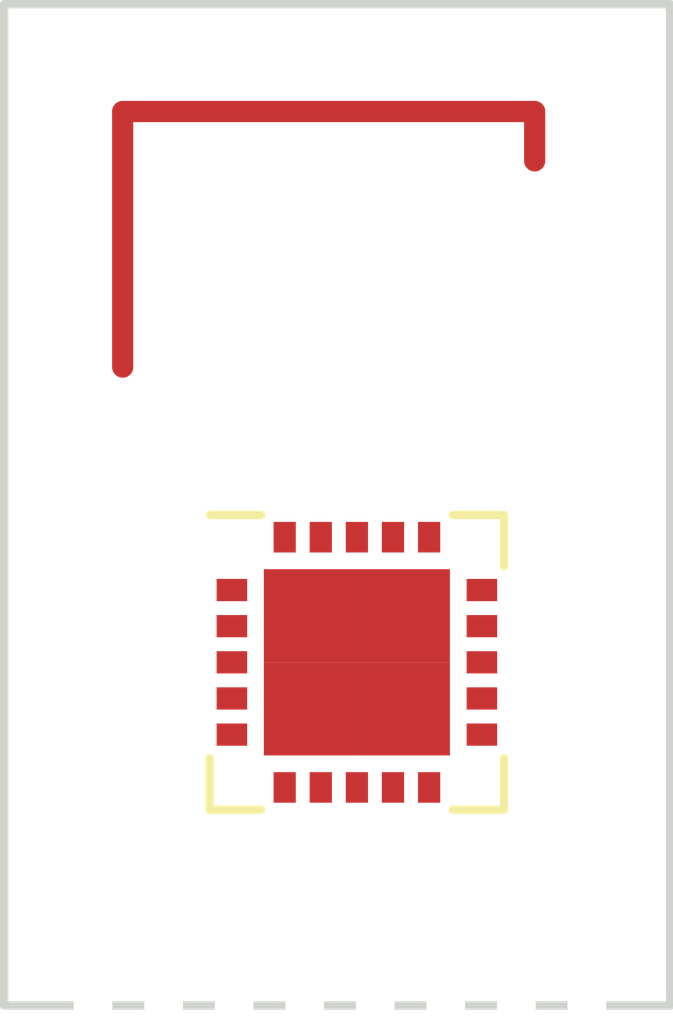
<source format=kicad_pcb>
(kicad_pcb (version 4) (host pcbnew "(2016-04-09 BZR 6679, Git 3ac5fc4)-product")

  (general
    (links 0)
    (no_connects 0)
    (area 139.878999 64.263199 152.017801 82.421801)
    (thickness 1.6)
    (drawings 4)
    (tracks 3)
    (zones 0)
    (modules 17)
    (nets 1)
  )

  (page A4)
  (layers
    (0 F.Cu signal)
    (31 B.Cu signal)
    (32 B.Adhes user)
    (33 F.Adhes user)
    (34 B.Paste user)
    (35 F.Paste user)
    (36 B.SilkS user)
    (37 F.SilkS user)
    (38 B.Mask user)
    (39 F.Mask user)
    (40 Dwgs.User user)
    (41 Cmts.User user)
    (42 Eco1.User user)
    (43 Eco2.User user)
    (44 Edge.Cuts user)
    (45 Margin user)
    (46 B.CrtYd user)
    (47 F.CrtYd user)
    (48 B.Fab user)
    (49 F.Fab user)
  )

  (setup
    (last_trace_width 0.25)
    (trace_clearance 0.2)
    (zone_clearance 0.508)
    (zone_45_only no)
    (trace_min 0.2)
    (segment_width 0.2)
    (edge_width 0.15)
    (via_size 0.6)
    (via_drill 0.4)
    (via_min_size 0.4)
    (via_min_drill 0.3)
    (uvia_size 0.3)
    (uvia_drill 0.1)
    (uvias_allowed no)
    (uvia_min_size 0.2)
    (uvia_min_drill 0.1)
    (pcb_text_width 0.3)
    (pcb_text_size 1.5 1.5)
    (mod_edge_width 0.15)
    (mod_text_size 1 1)
    (mod_text_width 0.15)
    (pad_size 1 1.3)
    (pad_drill 0)
    (pad_to_mask_clearance 0.2)
    (aux_axis_origin 0 0)
    (grid_origin 146.4056 73.2028)
    (visible_elements 7FFFFFFF)
    (pcbplotparams
      (layerselection 0x00030_80000001)
      (usegerberextensions false)
      (excludeedgelayer true)
      (linewidth 0.100000)
      (plotframeref false)
      (viasonmask false)
      (mode 1)
      (useauxorigin false)
      (hpglpennumber 1)
      (hpglpenspeed 20)
      (hpglpendiameter 15)
      (psnegative false)
      (psa4output false)
      (plotreference true)
      (plotvalue true)
      (plotinvisibletext false)
      (padsonsilk false)
      (subtractmaskfromsilk false)
      (outputformat 1)
      (mirror false)
      (drillshape 1)
      (scaleselection 1)
      (outputdirectory ""))
  )

  (net 0 "")

  (net_class Default "This is the default net class."
    (clearance 0.2)
    (trace_width 0.25)
    (via_dia 0.6)
    (via_drill 0.4)
    (uvia_dia 0.3)
    (uvia_drill 0.1)
  )

  (module Wire_Pads:SolderWirePad_single_1mmDrill (layer F.Cu) (tedit 572729A4) (tstamp 57284DBA)
    (at 150.4442 81.4578)
    (fp_text reference REF** (at 0 -3.81) (layer F.SilkS) hide
      (effects (font (size 1 1) (thickness 0.15)))
    )
    (fp_text value SolderWirePad_single_1mmDrill (at -1.905 3.175) (layer F.Fab) hide
      (effects (font (size 1 1) (thickness 0.15)))
    )
    (pad "" np_thru_hole circle (at 0 0) (size 0.7 0.7) (drill 0.7) (layers *.Cu))
  )

  (module Wire_Pads:SolderWirePad_single_1mmDrill (layer F.Cu) (tedit 572729AA) (tstamp 57284DB6)
    (at 150.4442 82.3468)
    (fp_text reference REF** (at 0 -3.81) (layer F.SilkS) hide
      (effects (font (size 1 1) (thickness 0.15)))
    )
    (fp_text value SolderWirePad_single_1mmDrill (at -1.905 3.175) (layer F.Fab) hide
      (effects (font (size 1 1) (thickness 0.15)))
    )
    (pad "" np_thru_hole circle (at 0 0) (size 0.7 0.7) (drill 0.7) (layers *.Cu))
  )

  (module Wire_Pads:SolderWirePad_single_1mmDrill (layer F.Cu) (tedit 572729A1) (tstamp 57284DB2)
    (at 149.1742 81.4578)
    (fp_text reference REF** (at 0 -3.81) (layer F.SilkS) hide
      (effects (font (size 1 1) (thickness 0.15)))
    )
    (fp_text value SolderWirePad_single_1mmDrill (at -1.905 3.175) (layer F.Fab) hide
      (effects (font (size 1 1) (thickness 0.15)))
    )
    (pad "" np_thru_hole circle (at 0 0) (size 0.7 0.7) (drill 0.7) (layers *.Cu))
  )

  (module Wire_Pads:SolderWirePad_single_1mmDrill (layer F.Cu) (tedit 572729B3) (tstamp 57284DAE)
    (at 149.1742 82.3468)
    (fp_text reference REF** (at 0 -3.81) (layer F.SilkS) hide
      (effects (font (size 1 1) (thickness 0.15)))
    )
    (fp_text value SolderWirePad_single_1mmDrill (at -1.905 3.175) (layer F.Fab) hide
      (effects (font (size 1 1) (thickness 0.15)))
    )
    (pad "" np_thru_hole circle (at 0 0) (size 0.7 0.7) (drill 0.7) (layers *.Cu))
  )

  (module Wire_Pads:SolderWirePad_single_1mmDrill (layer F.Cu) (tedit 5727378F) (tstamp 57284DAA)
    (at 147.9042 81.4578)
    (fp_text reference REF** (at 0 -3.81) (layer F.SilkS) hide
      (effects (font (size 1 1) (thickness 0.15)))
    )
    (fp_text value SolderWirePad_single_1mmDrill (at -1.905 3.175) (layer F.Fab) hide
      (effects (font (size 1 1) (thickness 0.15)))
    )
    (pad "" np_thru_hole circle (at 0 0) (size 0.7 0.7) (drill 0.7) (layers *.Cu))
  )

  (module Wire_Pads:SolderWirePad_single_1mmDrill (layer F.Cu) (tedit 5727378A) (tstamp 57284DA6)
    (at 147.9042 82.3468)
    (fp_text reference REF** (at 0 -3.81) (layer F.SilkS) hide
      (effects (font (size 1 1) (thickness 0.15)))
    )
    (fp_text value SolderWirePad_single_1mmDrill (at -1.905 3.175) (layer F.Fab) hide
      (effects (font (size 1 1) (thickness 0.15)))
    )
    (pad "" np_thru_hole circle (at 0 0) (size 0.7 0.7) (drill 0.7) (layers *.Cu))
  )

  (module Wire_Pads:SolderWirePad_single_1mmDrill (layer F.Cu) (tedit 5727377A) (tstamp 57284DA2)
    (at 146.6342 81.4578)
    (fp_text reference REF** (at 0 -3.81) (layer F.SilkS) hide
      (effects (font (size 1 1) (thickness 0.15)))
    )
    (fp_text value SolderWirePad_single_1mmDrill (at -1.905 3.175) (layer F.Fab) hide
      (effects (font (size 1 1) (thickness 0.15)))
    )
    (pad "" np_thru_hole circle (at 0 0) (size 0.7 0.7) (drill 0.7) (layers *.Cu))
  )

  (module Wire_Pads:SolderWirePad_single_1mmDrill (layer F.Cu) (tedit 5727377D) (tstamp 57284D9E)
    (at 146.6342 82.3468)
    (fp_text reference REF** (at 0 -3.81) (layer F.SilkS) hide
      (effects (font (size 1 1) (thickness 0.15)))
    )
    (fp_text value SolderWirePad_single_1mmDrill (at -1.905 3.175) (layer F.Fab) hide
      (effects (font (size 1 1) (thickness 0.15)))
    )
    (pad "" np_thru_hole circle (at 0 0) (size 0.7 0.7) (drill 0.7) (layers *.Cu))
  )

  (module Wire_Pads:SolderWirePad_single_1mmDrill (layer F.Cu) (tedit 572729E5) (tstamp 57284D9A)
    (at 145.3642 81.4578)
    (fp_text reference REF** (at 0 -3.81) (layer F.SilkS) hide
      (effects (font (size 1 1) (thickness 0.15)))
    )
    (fp_text value SolderWirePad_single_1mmDrill (at -1.905 3.175) (layer F.Fab) hide
      (effects (font (size 1 1) (thickness 0.15)))
    )
    (pad "" np_thru_hole circle (at 0 0) (size 0.7 0.7) (drill 0.7) (layers *.Cu))
  )

  (module Wire_Pads:SolderWirePad_single_1mmDrill (layer F.Cu) (tedit 572729CD) (tstamp 57284D96)
    (at 145.3642 82.3468)
    (fp_text reference REF** (at 0 -3.81) (layer F.SilkS) hide
      (effects (font (size 1 1) (thickness 0.15)))
    )
    (fp_text value SolderWirePad_single_1mmDrill (at -1.905 3.175) (layer F.Fab) hide
      (effects (font (size 1 1) (thickness 0.15)))
    )
    (pad "" np_thru_hole circle (at 0 0) (size 0.7 0.7) (drill 0.7) (layers *.Cu))
  )

  (module Wire_Pads:SolderWirePad_single_1mmDrill (layer F.Cu) (tedit 5727298C) (tstamp 57284D92)
    (at 144.0942 81.4578)
    (fp_text reference REF** (at 0 -3.81) (layer F.SilkS) hide
      (effects (font (size 1 1) (thickness 0.15)))
    )
    (fp_text value SolderWirePad_single_1mmDrill (at -1.905 3.175) (layer F.Fab) hide
      (effects (font (size 1 1) (thickness 0.15)))
    )
    (pad "" np_thru_hole circle (at 0 0) (size 0.7 0.7) (drill 0.7) (layers *.Cu))
  )

  (module Wire_Pads:SolderWirePad_single_1mmDrill (layer F.Cu) (tedit 5727297F) (tstamp 57284D8E)
    (at 144.0942 82.3468)
    (fp_text reference REF** (at 0 -3.81) (layer F.SilkS) hide
      (effects (font (size 1 1) (thickness 0.15)))
    )
    (fp_text value SolderWirePad_single_1mmDrill (at -1.905 3.175) (layer F.Fab) hide
      (effects (font (size 1 1) (thickness 0.15)))
    )
    (pad "" np_thru_hole circle (at 0 0) (size 0.7 0.7) (drill 0.7) (layers *.Cu))
  )

  (module Wire_Pads:SolderWirePad_single_1mmDrill (layer F.Cu) (tedit 57272991) (tstamp 57284D8A)
    (at 142.8242 81.4578)
    (fp_text reference REF** (at 0 -3.81) (layer F.SilkS) hide
      (effects (font (size 1 1) (thickness 0.15)))
    )
    (fp_text value SolderWirePad_single_1mmDrill (at -1.905 3.175) (layer F.Fab) hide
      (effects (font (size 1 1) (thickness 0.15)))
    )
    (pad "" np_thru_hole circle (at 0 0) (size 0.7 0.7) (drill 0.7) (layers *.Cu))
  )

  (module Wire_Pads:SolderWirePad_single_1mmDrill (layer F.Cu) (tedit 57272984) (tstamp 57284D86)
    (at 142.8242 82.3468)
    (fp_text reference REF** (at 0 -3.81) (layer F.SilkS) hide
      (effects (font (size 1 1) (thickness 0.15)))
    )
    (fp_text value SolderWirePad_single_1mmDrill (at -1.905 3.175) (layer F.Fab) hide
      (effects (font (size 1 1) (thickness 0.15)))
    )
    (pad "" np_thru_hole circle (at 0 0) (size 0.7 0.7) (drill 0.7) (layers *.Cu))
  )

  (module Wire_Pads:SolderWirePad_single_1mmDrill (layer F.Cu) (tedit 5727297B) (tstamp 57284D7F)
    (at 141.5542 81.4578)
    (fp_text reference REF** (at 0 -3.81) (layer F.SilkS) hide
      (effects (font (size 1 1) (thickness 0.15)))
    )
    (fp_text value SolderWirePad_single_1mmDrill (at -1.905 3.175) (layer F.Fab) hide
      (effects (font (size 1 1) (thickness 0.15)))
    )
    (pad "" np_thru_hole circle (at 0 0) (size 0.7 0.7) (drill 0.7) (layers *.Cu))
  )

  (module Housings_DFN_QFN:QFN-20-1EP_5x5mm_Pitch0.65mm (layer F.Cu) (tedit 572739D7) (tstamp 56CA9358)
    (at 146.304 76.1746)
    (descr "20-Lead Plastic Quad Flat, No Lead Package (MQ) - 5x5x0.9 mm Body [QFN]; (see Microchip Packaging Specification 00000049BS.pdf)")
    (tags "QFN 0.65")
    (attr smd)
    (fp_text reference REF** (at 0 -3.525) (layer F.SilkS) hide
      (effects (font (size 1 1) (thickness 0.15)))
    )
    (fp_text value QFN-20-1EP_5x5mm_Pitch0.65mm (at 0 3.525) (layer F.Fab) hide
      (effects (font (size 1 1) (thickness 0.15)))
    )
    (fp_line (start -2.8 -2.8) (end -2.8 2.8) (layer F.CrtYd) (width 0.05))
    (fp_line (start 2.8 -2.8) (end 2.8 2.8) (layer F.CrtYd) (width 0.05))
    (fp_line (start -2.8 -2.8) (end 2.8 -2.8) (layer F.CrtYd) (width 0.05))
    (fp_line (start -2.8 2.8) (end 2.8 2.8) (layer F.CrtYd) (width 0.05))
    (fp_line (start 2.65 -2.65) (end 2.65 -1.725) (layer F.SilkS) (width 0.15))
    (fp_line (start -2.65 2.65) (end -2.65 1.725) (layer F.SilkS) (width 0.15))
    (fp_line (start 2.65 2.65) (end 2.65 1.725) (layer F.SilkS) (width 0.15))
    (fp_line (start -2.65 -2.65) (end -1.725 -2.65) (layer F.SilkS) (width 0.15))
    (fp_line (start -2.65 2.65) (end -1.725 2.65) (layer F.SilkS) (width 0.15))
    (fp_line (start 2.65 2.65) (end 1.725 2.65) (layer F.SilkS) (width 0.15))
    (fp_line (start 2.65 -2.65) (end 1.725 -2.65) (layer F.SilkS) (width 0.15))
    (pad 1 smd rect (at -2.25 -1.3) (size 0.55 0.4) (layers F.Cu F.Paste F.Mask))
    (pad 2 smd rect (at -2.25 -0.65) (size 0.55 0.4) (layers F.Cu F.Paste F.Mask))
    (pad 3 smd rect (at -2.25 0) (size 0.55 0.4) (layers F.Cu F.Paste F.Mask))
    (pad 4 smd rect (at -2.25 0.65) (size 0.55 0.4) (layers F.Cu F.Paste F.Mask))
    (pad 5 smd rect (at -2.25 1.3) (size 0.55 0.4) (layers F.Cu F.Paste F.Mask))
    (pad 6 smd rect (at -1.3 2.25 90) (size 0.55 0.4) (layers F.Cu F.Paste F.Mask))
    (pad 7 smd rect (at -0.65 2.25 90) (size 0.55 0.4) (layers F.Cu F.Paste F.Mask))
    (pad 8 smd rect (at 0 2.25 90) (size 0.55 0.4) (layers F.Cu F.Paste F.Mask))
    (pad 9 smd rect (at 0.65 2.25 90) (size 0.55 0.4) (layers F.Cu F.Paste F.Mask))
    (pad 10 smd rect (at 1.3 2.25 90) (size 0.55 0.4) (layers F.Cu F.Paste F.Mask))
    (pad 11 smd rect (at 2.25 1.3) (size 0.55 0.4) (layers F.Cu F.Paste F.Mask))
    (pad 12 smd rect (at 2.25 0.65) (size 0.55 0.4) (layers F.Cu F.Paste F.Mask))
    (pad 13 smd rect (at 2.25 0) (size 0.55 0.4) (layers F.Cu F.Paste F.Mask))
    (pad 14 smd rect (at 2.25 -0.65) (size 0.55 0.4) (layers F.Cu F.Paste F.Mask))
    (pad 15 smd rect (at 2.25 -1.3) (size 0.55 0.4) (layers F.Cu F.Paste F.Mask))
    (pad 16 smd rect (at 1.3 -2.25 90) (size 0.55 0.4) (layers F.Cu F.Paste F.Mask))
    (pad 17 smd rect (at 0.65 -2.25 90) (size 0.55 0.4) (layers F.Cu F.Paste F.Mask))
    (pad 18 smd rect (at 0 -2.25 90) (size 0.55 0.4) (layers F.Cu F.Paste F.Mask))
    (pad 19 smd rect (at -0.65 -2.25 90) (size 0.55 0.4) (layers F.Cu F.Paste F.Mask))
    (pad 20 smd rect (at -1.3 -2.25 90) (size 0.55 0.4) (layers F.Cu F.Paste F.Mask))
    (pad 21 smd rect (at 0.8375 0.8375) (size 1.675 1.675) (layers F.Cu F.Paste F.Mask)
      (solder_paste_margin_ratio -0.2))
    (pad 21 smd rect (at 0.8375 -0.8375) (size 1.675 1.675) (layers F.Cu F.Paste F.Mask)
      (solder_paste_margin_ratio -0.2))
    (pad 21 smd rect (at -0.8375 0.8375) (size 1.675 1.675) (layers F.Cu F.Paste F.Mask)
      (solder_paste_margin_ratio -0.2))
    (pad 21 smd rect (at -0.8375 -0.8375) (size 1.675 1.675) (layers F.Cu F.Paste F.Mask)
      (solder_paste_margin_ratio -0.2))
    (model Housings_DFN_QFN.3dshapes/QFN-20-1EP_5x5mm_Pitch0.65mm.wrl
      (at (xyz 0 0 0))
      (scale (xyz 1 1 1))
      (rotate (xyz 0 0 0))
    )
  )

  (module Wire_Pads:SolderWirePad_single_1mmDrill (layer F.Cu) (tedit 57272987) (tstamp 57284CF3)
    (at 141.5542 82.3468)
    (fp_text reference REF** (at 0 -3.81) (layer F.SilkS) hide
      (effects (font (size 1 1) (thickness 0.15)))
    )
    (fp_text value SolderWirePad_single_1mmDrill (at -1.905 3.175) (layer F.Fab) hide
      (effects (font (size 1 1) (thickness 0.15)))
    )
    (pad "" np_thru_hole circle (at 0 0) (size 0.7 0.7) (drill 0.7) (layers *.Cu))
  )

  (gr_line (start 139.954 82.3468) (end 151.9428 82.3468) (layer Edge.Cuts) (width 0.15))
  (gr_line (start 151.9428 82.3468) (end 151.9428 64.3382) (layer Edge.Cuts) (width 0.15))
  (gr_line (start 139.954 64.3382) (end 139.954 82.3468) (layer Edge.Cuts) (width 0.15))
  (gr_line (start 139.954 64.3382) (end 151.9428 64.3382) (layer Edge.Cuts) (width 0.15))

  (segment (start 149.5044 66.2686) (end 149.5044 67.1576) (width 0.381) (layer F.Cu) (net 0))
  (segment (start 142.0876 66.2686) (end 149.5044 66.2686) (width 0.381) (layer F.Cu) (net 0))
  (segment (start 142.0876 70.866) (end 142.0876 66.2686) (width 0.381) (layer F.Cu) (net 0))

)

</source>
